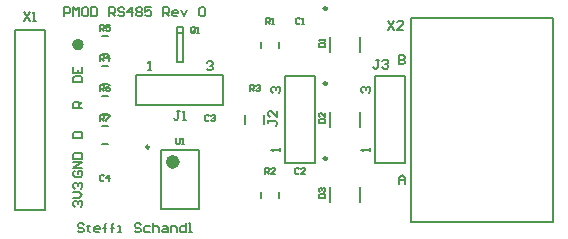
<source format=gbr>
%TF.GenerationSoftware,Altium Limited,Altium Designer,21.3.0 (21)*%
G04 Layer_Color=65535*
%FSLAX45Y45*%
%MOMM*%
%TF.SameCoordinates,FC24DA46-C209-461C-A341-196A143AB96F*%
%TF.FilePolarity,Positive*%
%TF.FileFunction,Legend,Top*%
%TF.Part,Single*%
G01*
G75*
%TA.AperFunction,NonConductor*%
%ADD27C,0.20000*%
%ADD28C,0.20320*%
%ADD35C,0.50800*%
%ADD36C,0.25000*%
%ADD37C,0.60000*%
%ADD38C,0.12700*%
D27*
X22477844Y19050015D02*
X22733000D01*
X22734155Y19050000D02*
X22735544Y20574001D01*
X22478999D02*
X22735544D01*
X22478999D02*
X22478999Y19050000D01*
X25831799Y18948399D02*
X27038300D01*
X25831799D02*
Y20675600D01*
X27038300D01*
Y18948399D02*
Y20675600D01*
X25527000Y19443700D02*
X25780984D01*
Y20180299D01*
X25527000D02*
X25780984D01*
X25527000Y19443700D02*
Y20180299D01*
X23901401Y20297000D02*
Y20597000D01*
X23850600Y20297000D02*
X23901401D01*
X23850600Y20597000D02*
X23901401D01*
X23850600Y20547000D02*
X23901401D01*
X23850600Y20297000D02*
Y20597000D01*
X23716000Y19053999D02*
Y19553999D01*
X24036000Y19053999D02*
Y19553999D01*
X23716000D02*
X24036000D01*
X23716000Y19053999D02*
X24036000D01*
X25400000Y19113499D02*
Y19240500D01*
X25146001Y19113499D02*
Y19240500D01*
X24591000Y19772000D02*
Y19852000D01*
X24431000Y19772000D02*
Y19852000D01*
X23215601Y20116800D02*
X23266400D01*
X23215601Y20269200D02*
X23266400D01*
X25400000Y20383501D02*
Y20510500D01*
X25146001Y20383501D02*
Y20510500D01*
Y19748500D02*
Y19875500D01*
X25400000Y19748500D02*
Y19875500D01*
X23507700Y19939017D02*
Y20192999D01*
Y19939017D02*
X24244299D01*
Y20192999D01*
X23507700D02*
X24244299D01*
X24764999Y19443700D02*
Y20180299D01*
X25018983D01*
Y19443700D02*
Y20180299D01*
X24764999Y19443700D02*
X25018983D01*
X23215601Y20523199D02*
X23266400D01*
X23215601Y20370799D02*
X23266400D01*
X23215601Y20015199D02*
X23266400D01*
X23215601Y19862801D02*
X23266400D01*
X23215601Y19761200D02*
X23266400D01*
X23215601Y19608800D02*
X23266400D01*
X24561800Y20421600D02*
Y20472400D01*
X24714200Y20421600D02*
Y20472400D01*
X24561800Y19151601D02*
Y19202400D01*
X24714200Y19151601D02*
Y19202400D01*
D28*
X25425409Y20040610D02*
X25412714Y20053305D01*
Y20078697D01*
X25425409Y20091393D01*
X25438104D01*
X25450800Y20078697D01*
Y20066000D01*
Y20078697D01*
X25463496Y20091393D01*
X25476192D01*
X25488889Y20078697D01*
Y20053305D01*
X25476192Y20040610D01*
X25488889Y19545305D02*
Y19570697D01*
Y19558002D01*
X25412714D01*
X25425409Y19545305D01*
X23609303Y20231113D02*
X23634695D01*
X23622000D01*
Y20307288D01*
X23609303Y20294592D01*
X24104608D02*
X24117303Y20307288D01*
X24142696D01*
X24155392Y20294592D01*
Y20281895D01*
X24142696Y20269200D01*
X24130000D01*
X24142696D01*
X24155392Y20256503D01*
Y20243808D01*
X24142696Y20231113D01*
X24117303D01*
X24104608Y20243808D01*
X24726888Y19545305D02*
Y19570697D01*
Y19558002D01*
X24650713D01*
X24663409Y19545305D01*
X24663409Y20040610D02*
X24650713Y20053305D01*
Y20078697D01*
X24663409Y20091393D01*
X24676105D01*
X24688800Y20078697D01*
Y20066000D01*
Y20078697D01*
X24701495Y20091393D01*
X24714192D01*
X24726888Y20078697D01*
Y20053305D01*
X24714192Y20040610D01*
X25730209Y19265912D02*
Y19316696D01*
X25755600Y19342088D01*
X25780991Y19316696D01*
Y19265912D01*
Y19303999D01*
X25730209D01*
X22987009Y19075433D02*
X22974312Y19088129D01*
Y19113521D01*
X22987009Y19126218D01*
X22999704D01*
X23012399Y19113521D01*
Y19100826D01*
Y19113521D01*
X23025096Y19126218D01*
X23037791D01*
X23050488Y19113521D01*
Y19088129D01*
X23037791Y19075433D01*
X22974312Y19151608D02*
X23025096D01*
X23050488Y19177000D01*
X23025096Y19202393D01*
X22974312D01*
X22987009Y19227785D02*
X22974312Y19240480D01*
Y19265872D01*
X22987009Y19278568D01*
X22999704D01*
X23012399Y19265872D01*
Y19253175D01*
Y19265872D01*
X23025096Y19278568D01*
X23037791D01*
X23050488Y19265872D01*
Y19240480D01*
X23037791Y19227785D01*
X22987009Y19380217D02*
X22974312Y19367522D01*
Y19342130D01*
X22987009Y19329433D01*
X23037791D01*
X23050488Y19342130D01*
Y19367522D01*
X23037791Y19380217D01*
X23012399D01*
Y19354825D01*
X23050488Y19405608D02*
X22974312D01*
X23050488Y19456392D01*
X22974312D01*
Y19481784D02*
X23050488D01*
Y19519872D01*
X23037791Y19532567D01*
X22987009D01*
X22974312Y19519872D01*
Y19481784D01*
Y19659608D02*
X23050488D01*
Y19697696D01*
X23037791Y19710393D01*
X22987009D01*
X22974312Y19697696D01*
Y19659608D01*
X23050488Y19913608D02*
X22974312D01*
Y19951695D01*
X22987009Y19964392D01*
X23012399D01*
X23025096Y19951695D01*
Y19913608D01*
Y19939000D02*
X23050488Y19964392D01*
X22974312Y20129521D02*
X23050488D01*
Y20167609D01*
X23037791Y20180304D01*
X22987009D01*
X22974312Y20167609D01*
Y20129521D01*
Y20256479D02*
Y20205696D01*
X23050488D01*
Y20256479D01*
X23012399Y20205696D02*
Y20231088D01*
X23063341Y18922992D02*
X23050644Y18935687D01*
X23025252D01*
X23012556Y18922992D01*
Y18910297D01*
X23025252Y18897600D01*
X23050644D01*
X23063341Y18884904D01*
Y18872208D01*
X23050644Y18859512D01*
X23025252D01*
X23012556Y18872208D01*
X23101428Y18922992D02*
Y18910297D01*
X23088731D01*
X23114124D01*
X23101428D01*
Y18872208D01*
X23114124Y18859512D01*
X23190298D02*
X23164906D01*
X23152211Y18872208D01*
Y18897600D01*
X23164906Y18910297D01*
X23190298D01*
X23202994Y18897600D01*
Y18884904D01*
X23152211D01*
X23241081Y18859512D02*
Y18922992D01*
Y18897600D01*
X23228386D01*
X23253778D01*
X23241081D01*
Y18922992D01*
X23253778Y18935687D01*
X23304562Y18859512D02*
Y18922992D01*
Y18897600D01*
X23291866D01*
X23317258D01*
X23304562D01*
Y18922992D01*
X23317258Y18935687D01*
X23355345Y18859512D02*
X23380737D01*
X23368040D01*
Y18910297D01*
X23355345D01*
X23545782Y18922992D02*
X23533089Y18935687D01*
X23507697D01*
X23495000Y18922992D01*
Y18910297D01*
X23507697Y18897600D01*
X23533089D01*
X23545782Y18884904D01*
Y18872208D01*
X23533089Y18859512D01*
X23507697D01*
X23495000Y18872208D01*
X23621959Y18910297D02*
X23583871D01*
X23571175Y18897600D01*
Y18872208D01*
X23583871Y18859512D01*
X23621959D01*
X23647351Y18935687D02*
Y18859512D01*
Y18897600D01*
X23660046Y18910297D01*
X23685439D01*
X23698134Y18897600D01*
Y18859512D01*
X23736221Y18910297D02*
X23761613D01*
X23774310Y18897600D01*
Y18859512D01*
X23736221D01*
X23723526Y18872208D01*
X23736221Y18884904D01*
X23774310D01*
X23799701Y18859512D02*
Y18910297D01*
X23837788D01*
X23850485Y18897600D01*
Y18859512D01*
X23926660Y18935687D02*
Y18859512D01*
X23888573D01*
X23875877Y18872208D01*
Y18897600D01*
X23888573Y18910297D01*
X23926660D01*
X23952052Y18859512D02*
X23977444D01*
X23964748D01*
Y18935687D01*
X23952052D01*
X22898293Y20688312D02*
Y20764488D01*
X22936382D01*
X22949077Y20751791D01*
Y20726401D01*
X22936382Y20713704D01*
X22898293D01*
X22974467Y20688312D02*
Y20764488D01*
X22999860Y20739096D01*
X23025252Y20764488D01*
Y20688312D01*
X23088731Y20764488D02*
X23063341D01*
X23050644Y20751791D01*
Y20701009D01*
X23063341Y20688312D01*
X23088731D01*
X23101427Y20701009D01*
Y20751791D01*
X23088731Y20764488D01*
X23126819D02*
Y20688312D01*
X23164906D01*
X23177603Y20701009D01*
Y20751791D01*
X23164906Y20764488D01*
X23126819D01*
X23279170Y20688312D02*
Y20764488D01*
X23317258D01*
X23329953Y20751791D01*
Y20726401D01*
X23317258Y20713704D01*
X23279170D01*
X23304562D02*
X23329953Y20688312D01*
X23406129Y20751791D02*
X23393433Y20764488D01*
X23368040D01*
X23355345Y20751791D01*
Y20739096D01*
X23368040Y20726401D01*
X23393433D01*
X23406129Y20713704D01*
Y20701009D01*
X23393433Y20688312D01*
X23368040D01*
X23355345Y20701009D01*
X23469608Y20688312D02*
Y20764488D01*
X23431522Y20726401D01*
X23482304D01*
X23507697Y20751791D02*
X23520392Y20764488D01*
X23545784D01*
X23558479Y20751791D01*
Y20739096D01*
X23545784Y20726401D01*
X23558479Y20713704D01*
Y20701009D01*
X23545784Y20688312D01*
X23520392D01*
X23507697Y20701009D01*
Y20713704D01*
X23520392Y20726401D01*
X23507697Y20739096D01*
Y20751791D01*
X23520392Y20726401D02*
X23545784D01*
X23634656Y20764488D02*
X23583871D01*
Y20726401D01*
X23609264Y20739096D01*
X23621959D01*
X23634656Y20726401D01*
Y20701009D01*
X23621959Y20688312D01*
X23596567D01*
X23583871Y20701009D01*
X23736221Y20688312D02*
Y20764488D01*
X23774310D01*
X23787006Y20751791D01*
Y20726401D01*
X23774310Y20713704D01*
X23736221D01*
X23761613D02*
X23787006Y20688312D01*
X23850485D02*
X23825093D01*
X23812396Y20701009D01*
Y20726401D01*
X23825093Y20739096D01*
X23850485D01*
X23863181Y20726401D01*
Y20713704D01*
X23812396D01*
X23888573Y20739096D02*
X23913965Y20688312D01*
X23939355Y20739096D01*
X24040923Y20751791D02*
X24053619Y20764488D01*
X24079012D01*
X24091707Y20751791D01*
Y20701009D01*
X24079012Y20688312D01*
X24053619D01*
X24040923Y20701009D01*
Y20751791D01*
X25730209Y20358089D02*
Y20281912D01*
X25768295D01*
X25780991Y20294608D01*
Y20307304D01*
X25768295Y20320000D01*
X25730209D01*
X25768295D01*
X25780991Y20332697D01*
Y20345392D01*
X25768295Y20358089D01*
X25730209D01*
X25641321Y20647488D02*
X25692105Y20571312D01*
Y20647488D02*
X25641321Y20571312D01*
X25768280D02*
X25717496D01*
X25768280Y20622096D01*
Y20634792D01*
X25755585Y20647488D01*
X25730191D01*
X25717496Y20634792D01*
X22555217Y20723688D02*
X22606000Y20647511D01*
Y20723688D02*
X22555217Y20647511D01*
X22631392D02*
X22656784D01*
X22644089D01*
Y20723688D01*
X22631392Y20710992D01*
X25565105Y20317288D02*
X25539713D01*
X25552408D01*
Y20253809D01*
X25539713Y20241112D01*
X25527017D01*
X25514320Y20253809D01*
X25590495Y20304591D02*
X25603192Y20317288D01*
X25628583D01*
X25641278Y20304591D01*
Y20291896D01*
X25628583Y20279201D01*
X25615887D01*
X25628583D01*
X25641278Y20266504D01*
Y20253809D01*
X25628583Y20241112D01*
X25603192D01*
X25590495Y20253809D01*
X24625311Y19809303D02*
Y19783913D01*
Y19796609D01*
X24688791D01*
X24701488Y19783913D01*
Y19771217D01*
X24688791Y19758521D01*
X24701488Y19885480D02*
Y19834695D01*
X24650703Y19885480D01*
X24638008D01*
X24625311Y19872784D01*
Y19847392D01*
X24638008Y19834695D01*
X23875999Y19885487D02*
X23850607D01*
X23863304D01*
Y19822008D01*
X23850607Y19809312D01*
X23837912D01*
X23825217Y19822008D01*
X23901392Y19809312D02*
X23926784D01*
X23914088D01*
Y19885487D01*
X23901392Y19872792D01*
D35*
X23037801Y20447000D02*
G03*
X23037801Y20447000I-25400J0D01*
G01*
D36*
X23616000Y19579500D02*
G03*
X23616000Y19579500I-12500J0D01*
G01*
X25120500Y19481799D02*
G03*
X25120500Y19481799I-12500J0D01*
G01*
Y20751801D02*
G03*
X25120500Y20751801I-12500J0D01*
G01*
Y20116800D02*
G03*
X25120500Y20116800I-12500J0D01*
G01*
D37*
X23846001Y19453999D02*
G03*
X23846001Y19453999I-30000J0D01*
G01*
D38*
X23842143Y19656892D02*
Y19614572D01*
X23850607Y19606108D01*
X23867535D01*
X23875999Y19614572D01*
Y19656892D01*
X23892928Y19606108D02*
X23909856D01*
X23901392D01*
Y19656892D01*
X23892928Y19648428D01*
X23198682Y20304608D02*
Y20355392D01*
X23224072D01*
X23232536Y20346928D01*
Y20330000D01*
X23224072Y20321536D01*
X23198682D01*
X23215608D02*
X23232536Y20304608D01*
X23274857D02*
Y20355392D01*
X23249464Y20330000D01*
X23283321D01*
X24468681Y20050607D02*
Y20101392D01*
X24494072D01*
X24502536Y20092928D01*
Y20075999D01*
X24494072Y20067535D01*
X24468681D01*
X24485608D02*
X24502536Y20050607D01*
X24519464Y20092928D02*
X24527928Y20101392D01*
X24544856D01*
X24553320Y20092928D01*
Y20084464D01*
X24544856Y20075999D01*
X24536392D01*
X24544856D01*
X24553320Y20067535D01*
Y20059071D01*
X24544856Y20050607D01*
X24527928D01*
X24519464Y20059071D01*
X24595682Y19352107D02*
Y19402892D01*
X24621072D01*
X24629536Y19394427D01*
Y19377499D01*
X24621072Y19369035D01*
X24595682D01*
X24612608D02*
X24629536Y19352107D01*
X24680321D02*
X24646465D01*
X24680321Y19385963D01*
Y19394427D01*
X24671857Y19402892D01*
X24654929D01*
X24646465Y19394427D01*
X24604144Y20622108D02*
Y20672893D01*
X24629536D01*
X24638000Y20664429D01*
Y20647501D01*
X24629536Y20639037D01*
X24604144D01*
X24621072D02*
X24638000Y20622108D01*
X24654929D02*
X24671857D01*
X24663393D01*
Y20672893D01*
X24654929Y20664429D01*
X23198682Y19796608D02*
Y19847392D01*
X23224072D01*
X23232536Y19838928D01*
Y19822000D01*
X23224072Y19813536D01*
X23198682D01*
X23215608D02*
X23232536Y19796608D01*
X23249464Y19847392D02*
X23283321D01*
Y19838928D01*
X23249464Y19805072D01*
Y19796608D01*
X23198682Y20050607D02*
Y20101392D01*
X23224072D01*
X23232536Y20092928D01*
Y20075999D01*
X23224072Y20067535D01*
X23198682D01*
X23215608D02*
X23232536Y20050607D01*
X23283321Y20101392D02*
X23266393Y20092928D01*
X23249464Y20075999D01*
Y20059071D01*
X23257928Y20050607D01*
X23274857D01*
X23283321Y20059071D01*
Y20067535D01*
X23274857Y20075999D01*
X23249464D01*
X23198682Y20558607D02*
Y20609392D01*
X23224072D01*
X23232536Y20600928D01*
Y20584000D01*
X23224072Y20575536D01*
X23198682D01*
X23215608D02*
X23232536Y20558607D01*
X23283321Y20609392D02*
X23249464D01*
Y20584000D01*
X23266393Y20592464D01*
X23274857D01*
X23283321Y20584000D01*
Y20567072D01*
X23274857Y20558607D01*
X23257928D01*
X23249464Y20567072D01*
X24003000Y20554372D02*
Y20588228D01*
X23994536Y20596692D01*
X23977608D01*
X23969144Y20588228D01*
Y20554372D01*
X23977608Y20545908D01*
X23994536D01*
X23986072Y20562836D02*
X24003000Y20545908D01*
X23994536D02*
X24003000Y20554372D01*
X24019928Y20545908D02*
X24036856D01*
X24028392D01*
Y20596692D01*
X24019928Y20588228D01*
X25057108Y19144681D02*
X25107892D01*
Y19170071D01*
X25099428Y19178535D01*
X25065572D01*
X25057108Y19170071D01*
Y19144681D01*
X25065572Y19195464D02*
X25057108Y19203928D01*
Y19220856D01*
X25065572Y19229320D01*
X25074036D01*
X25082500Y19220856D01*
Y19212392D01*
Y19220856D01*
X25090964Y19229320D01*
X25099428D01*
X25107892Y19220856D01*
Y19203928D01*
X25099428Y19195464D01*
X25057108Y19779681D02*
X25107892D01*
Y19805072D01*
X25099428Y19813536D01*
X25065572D01*
X25057108Y19805072D01*
Y19779681D01*
X25107892Y19864320D02*
Y19830464D01*
X25074036Y19864320D01*
X25065572D01*
X25057108Y19855856D01*
Y19838928D01*
X25065572Y19830464D01*
X25057108Y20423145D02*
X25107890D01*
Y20448537D01*
X25099426Y20457001D01*
X25065572D01*
X25057108Y20448537D01*
Y20423145D01*
X25107890Y20473927D02*
Y20490855D01*
Y20482391D01*
X25057108D01*
X25065572Y20473927D01*
X24883536Y19394427D02*
X24875072Y19402892D01*
X24858145D01*
X24849681Y19394427D01*
Y19360571D01*
X24858145Y19352107D01*
X24875072D01*
X24883536Y19360571D01*
X24934320Y19352107D02*
X24900464D01*
X24934320Y19385963D01*
Y19394427D01*
X24925856Y19402892D01*
X24908928D01*
X24900464Y19394427D01*
X24892000Y20664429D02*
X24883536Y20672893D01*
X24866608D01*
X24858144Y20664429D01*
Y20630573D01*
X24866608Y20622108D01*
X24883536D01*
X24892000Y20630573D01*
X24908928Y20622108D02*
X24925856D01*
X24917392D01*
Y20672893D01*
X24908928Y20664429D01*
X24121536Y19838928D02*
X24113072Y19847392D01*
X24096146D01*
X24087682Y19838928D01*
Y19805072D01*
X24096146Y19796608D01*
X24113072D01*
X24121536Y19805072D01*
X24138464Y19838928D02*
X24146928Y19847392D01*
X24163857D01*
X24172321Y19838928D01*
Y19830464D01*
X24163857Y19822000D01*
X24155392D01*
X24163857D01*
X24172321Y19813536D01*
Y19805072D01*
X24163857Y19796608D01*
X24146928D01*
X24138464Y19805072D01*
X23232536Y19330928D02*
X23224072Y19339392D01*
X23207146D01*
X23198682Y19330928D01*
Y19297072D01*
X23207146Y19288608D01*
X23224072D01*
X23232536Y19297072D01*
X23274857Y19288608D02*
Y19339392D01*
X23249464Y19314000D01*
X23283321D01*
%TF.MD5,9e6faa3e15d5743b9849527292ffc084*%
M02*

</source>
